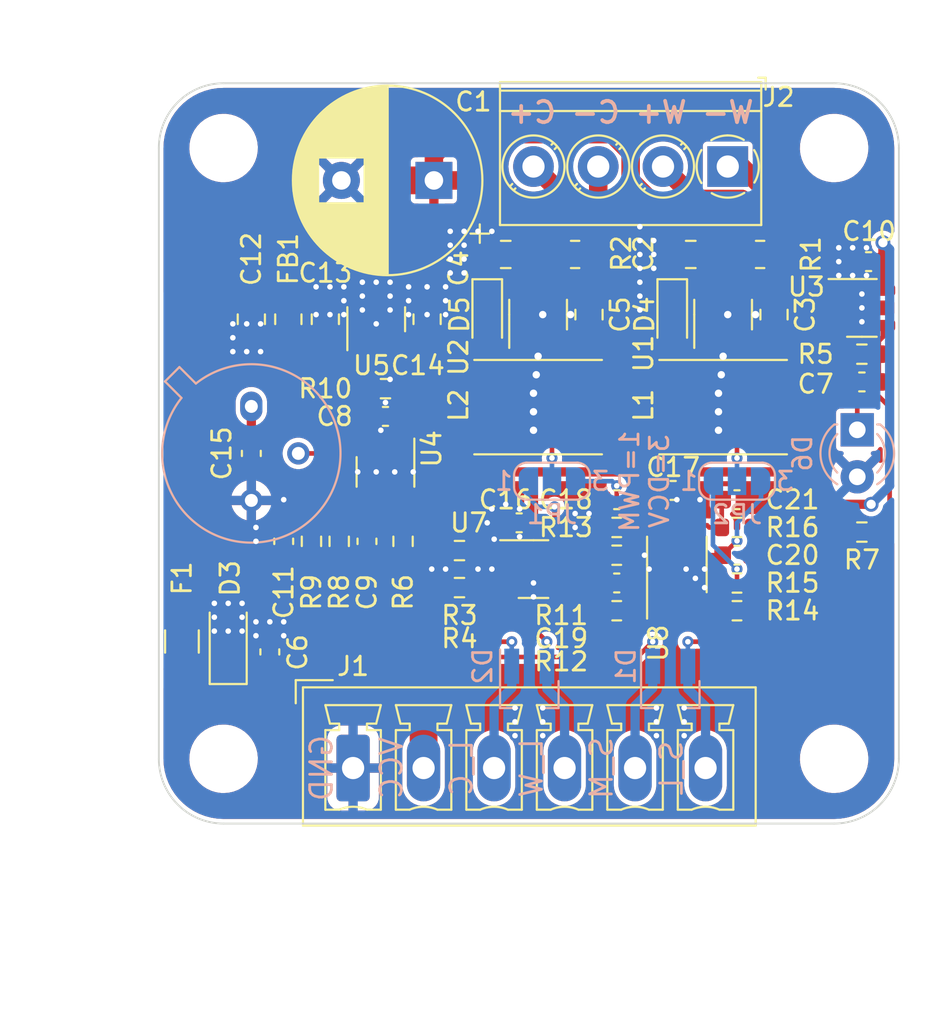
<source format=kicad_pcb>
(kicad_pcb (version 20221018) (generator pcbnew)
  (layers (0 "F.Cu" signal) (31 "B.Cu" signal) (34 "B.Paste" user) (35 "F.Paste" user) (36 "B.SilkS" user "B.Silkscreen") (37 "F.SilkS" user "F.Silkscreen") (38 "B.Mask" user) (39 "F.Mask" user) (44 "Edge.Cuts" user))
  (net 0 "")
  (net 1 "+36V")
  (net 2 "GND")
  (net 3 "/W+")
  (net 4 "/W-")
  (net 5 "/C+")
  (net 6 "/C-")
  (net 7 "VCC")
  (net 8 "/sensors/PT-")
  (net 9 "/sensors/ALS")
  (net 10 "+5V")
  (net 11 "/SEN_M")
  (net 12 "/SEN_L")
  (net 13 "/LED_C")
  (net 14 "/LED_W")
  (net 15 "/driver 1/LX")
  (net 16 "/driver 0/LX")
  (net 17 "/sensors/PIR")
  (net 18 "/sensors/OP_N")
  (net 19 "/sensors/OP_O")
  (net 20 "Net-(C11-Pad2)")
  (net 21 "/sensors/OP_P")
  (net 22 "Net-(U5-VI)")
  (net 23 "/PWM to DC/OUT0")
  (net 24 "/PWM to DC/OUT1")
  (net 25 "/PWM to DC/PWM0")
  (net 26 "/PWM to DC/PWM1")
  (net 27 "/PWM to DC/PWM0B")
  (net 28 "/PWM to DC/PWM0A")
  (net 29 "/PWM to DC/PWM1A")
  (net 30 "/PWM to DC/PWM1B")
  (net 31 "Net-(JP1-B)")
  (net 32 "Net-(JP2-B)")
  (footprint "Resistor_SMD:R_0603_1608Metric_Pad0.98x0.95mm_HandSolder" (layer "F.Cu") (at 134.749999 92.25 -90)
    (fp_text reference "R8")
    (fp_text value "2M")
  )
  (footprint "Capacitor_SMD:C_0603_1608Metric" (layer "F.Cu") (at 152.8 89.5)
    (fp_text reference "C17")
    (fp_text value "100n 50V")
  )
  (footprint "Capacitor_SMD:C_0603_1608Metric" (layer "F.Cu") (at 144.475 91.25 180)
    (fp_text reference "C16")
    (fp_text value "100n 50V")
  )
  (footprint "Capacitor_SMD:C_0603_1608Metric" (layer "F.Cu") (at 156.25 93.000001 180)
    (fp_text reference "C20")
    (fp_text value "100n 50V")
  )
  (footprint "Capacitor_SMD:C_0603_1608Metric" (layer "F.Cu") (at 149.75 90 180)
    (fp_text reference "C18")
    (fp_text value "100n 50V")
  )
  (footprint "Resistor_SMD:R_0603_1608Metric_Pad0.98x0.95mm_HandSolder" (layer "F.Cu") (at 137.25 83.999999 180)
    (fp_text reference "R10")
    (fp_text value "47k")
  )
  (footprint "Resistor_SMD:R_0603_1608Metric_Pad0.98x0.95mm_HandSolder" (layer "F.Cu") (at 162.999999 82.137499)
    (fp_text reference "R5")
    (fp_text value "1M")
  )
  (footprint "Package_TO_SOT_SMD:SOT-23-5" (layer "F.Cu") (at 163 79.6375)
    (fp_text reference "U3")
    (fp_text value "LMV321")
  )
  (footprint "project_lib:TerminalBlock_Phoenix_PT-1,5-4-3.5-H_1x04_P3.50mm_Horizontal" (layer "F.Cu") (at 155.75 72 180)
    (fp_text reference "J2")
    (fp_text value "Screw_Terminal_01x04")
  )
  (footprint "Resistor_SMD:R_0805_2012Metric_Pad1.20x1.40mm_HandSolder" (layer "F.Cu") (at 147.500001 76.75)
    (fp_text reference "R2")
    (fp_text value "0.4")
  )
  (footprint "Capacitor_SMD:C_0805_2012Metric_Pad1.18x1.45mm_HandSolder" (layer "F.Cu") (at 143.75 76.75 180)
    (fp_text reference "C4")
    (fp_text value "10u 50V")
  )
  (footprint "MountingHole:MountingHole_3.2mm_M3" (layer "F.Cu") (at 128.5 71)
    (fp_text reference "H4" hide)
    (fp_text value "MountingHole")
  )
  (footprint "Resistor_SMD:R_0603_1608Metric" (layer "F.Cu") (at 156.25 96)
    (fp_text reference "R14")
    (fp_text value "100k")
  )
  (footprint "Package_SO:MSOP-8_3x3mm_P0.65mm" (layer "F.Cu") (at 153 93.5 90)
    (fp_text reference "U8")
    (fp_text value "LMV358")
  )
  (footprint "Inductor_SMD:L_Taiyo-Yuden_NR-50xx_HandSoldering" (layer "F.Cu") (at 155.5 85)
    (fp_text reference "L1")
    (fp_text value "100uH")
  )
  (footprint "Resistor_SMD:R_0805_2012Metric_Pad1.20x1.40mm_HandSolder" (layer "F.Cu") (at 157.500001 76.75)
    (fp_text reference "R1")
    (fp_text value "0.4")
  )
  (footprint "MountingHole:MountingHole_3.2mm_M3" (layer "F.Cu") (at 128.500001 103.999999)
    (fp_text reference "H1" hide)
    (fp_text value "MountingHole")
  )
  (footprint "Resistor_SMD:R_0603_1608Metric" (layer "F.Cu") (at 149.75 93.000001)
    (fp_text reference "R11")
    (fp_text value "100k")
  )
  (footprint "Fuse:Fuse_1206_3216Metric_Pad1.42x1.75mm_HandSolder" (layer "F.Cu") (at 126.25 97.6625 90)
    (fp_text reference "F1")
    (fp_text value "500mA")
  )
  (footprint "Capacitor_SMD:C_0805_2012Metric" (layer "F.Cu") (at 130 80.25 90)
    (fp_text reference "C12")
    (fp_text value "10u 50V")
  )
  (footprint "Capacitor_SMD:C_0603_1608Metric" (layer "F.Cu") (at 149.75 94.5 180)
    (fp_text reference "C19")
    (fp_text value "100n 50V")
  )
  (footprint "MountingHole:MountingHole_3.2mm_M3" (layer "F.Cu") (at 161.5 104)
    (fp_text reference "H2" hide)
    (fp_text value "MountingHole")
  )
  (footprint "Resistor_SMD:R_0603_1608Metric" (layer "F.Cu") (at 149.75 96 180)
    (fp_text reference "R12")
    (fp_text value "100k")
  )
  (footprint "Resistor_SMD:R_0603_1608Metric" (layer "F.Cu") (at 156.25 94.5 180)
    (fp_text reference "R15")
    (fp_text value "100k")
  )
  (footprint "Capacitor_SMD:C_0603_1608Metric_Pad1.08x0.95mm_HandSolder" (layer "F.Cu") (at 163 83.6375)
    (fp_text reference "C7")
    (fp_text value "100n 50V")
  )
  (footprint "Capacitor_SMD:C_0805_2012Metric" (layer "F.Cu") (at 139.5 80.25 90)
    (fp_text reference "C14")
    (fp_text value "22u 10V")
  )
  (footprint "MountingHole:MountingHole_3.2mm_M3" (layer "F.Cu") (at 161.5 71)
    (fp_text reference "H3" hide)
    (fp_text value "MountingHole")
  )
  (footprint "Package_TO_SOT_SMD:SOT-23-6" (layer "F.Cu") (at 137.25 88.5 -90)
    (fp_text reference "U4")
    (fp_text value "TTY020-CA6")
  )
  (footprint "Inductor_SMD:L_0805_2012Metric_Pad1.15x1.40mm_HandSolder" (layer "F.Cu") (at 132 80.25 -90)
    (fp_text reference "FB1")
    (fp_text value "MMZ2012R102AT000")
  )
  (footprint "Capacitor_SMD:C_0805_2012Metric" (layer "F.Cu") (at 134 80.25 90)
    (fp_text reference "C13")
    (fp_text value "10u 50V")
  )
  (footprint "Capacitor_SMD:C_0603_1608Metric" (layer "F.Cu") (at 163.362499 77.1375 180)
    (fp_text reference "C10")
    (fp_text value "100n 50V")
  )
  (footprint "Capacitor_SMD:C_0603_1608Metric" (layer "F.Cu") (at 131 98.225 90)
    (fp_text reference "C6")
    (fp_text value "1n 1kV")
  )
  (footprint "Inductor_SMD:L_Taiyo-Yuden_NR-50xx_HandSoldering" (layer "F.Cu") (at 145.5 85)
    (fp_text reference "L2")
    (fp_text value "100uH")
  )
  (footprint "Resistor_SMD:R_0603_1608Metric_Pad0.98x0.95mm_HandSolder" (layer "F.Cu") (at 163 91.75)
    (fp_text reference "R7")
    (fp_text value "100")
  )
  (footprint "Capacitor_SMD:C_0603_1608Metric" (layer "F.Cu") (at 156.25 90)
    (fp_text reference "C21")
    (fp_text value "100n 50V")
  )
  (footprint "Resistor_SMD:R_0603_1608Metric_Pad0.98x0.95mm_HandSolder" (layer "F.Cu") (at 141.25 94.75)
    (fp_text reference "R4")
    (fp_text value "1k")
  )
  (footprint "Diode_SMD:D_SOD-123F" (layer "F.Cu") (at 128.75 97.75 90)
    (fp_text reference "D3")
    (fp_text value "SMF36A")
  )
  (footprint "Resistor_SMD:R_0603_1608Metric" (layer "F.Cu") (at 149.75 91.499999)
    (fp_text reference "R13")
    (fp_text value "100k")
  )
  (footprint "Capacitor_SMD:C_0603_1608Metric" (layer "F.Cu") (at 130 87.5 -90)
    (fp_text reference "C15")
    (fp_text value "100n 50V")
  )
  (footprint "Capacitor_SMD:C_0603_1608Metric_Pad1.08x0.95mm_HandSolder" (layer "F.Cu") (at 131.749999 92.25 -90)
    (fp_text reference "C11")
    (fp_text value "10u 16V")
  )
  (footprint "Capacitor_SMD:C_0603_1608Metric_Pad1.08x0.95mm_HandSolder" (layer "F.Cu") (at 136.25 92.25 -90)
    (fp_text reference "C9")
    (fp_text value "100n 50V")
  )
  (footprint "Capacitor_SMD:C_0805_2012Metric_Pad1.18x1.45mm_HandSolder" (layer "F.Cu") (at 148.25 80 -90)
    (fp_text reference "C5")
    (fp_text value "10u 50V")
  )
  (footprint "Diode_SMD:D_TUMD2" (layer "F.Cu") (at 142.75 80 -90)
    (fp_text reference "D5")
    (fp_text value "RB160VA-40TR")
  )
  (footprint "Resistor_SMD:R_0603_1608Metric_Pad0.98x0.95mm_HandSolder" (layer "F.Cu") (at 133.25 92.25 -90)
    (fp_text reference "R9")
    (fp_text value "10k")
  )
  (footprint "Package_TO_SOT_SMD:SOT-23" (layer "F.Cu") (at 136.75 80.25 90)
    (fp_text reference "U5")
    (fp_text value "AP7384-50SA")
  )
  (footprint "Package_TO_SOT_SMD:SOT-23-6" (layer "F.Cu") (at 145.25 93.75)
    (fp_text reference "U7")
    (fp_text value "74LVC2G17")
  )
  (footprint "Capacitor_SMD:C_0805_2012Metric_Pad1.18x1.45mm_HandSolder" (layer "F.Cu") (at 153.75 76.75 180)
    (fp_text reference "C2")
    (fp_text value "10u 50V")
  )
  (footprint "Connector_Phoenix_MC:PhoenixContact_MCV_1,5_6-G-3.81_1x06_P3.81mm_Vertical" (layer "F.Cu") (at 135.5 104.5)
    (fp_text reference "J1")
    (fp_text value "Screw_Terminal_01x06")
  )
  (footprint "Capacitor_THT:CP_Radial_D10.0mm_P5.00mm" (layer "F.Cu") (at 139.867676 72.749999 180)
    (fp_text reference "C1")
    (fp_text value "470uF 50V")
  )
  (footprint "Resistor_SMD:R_0603_1608Metric" (layer "F.Cu") (at 156.25 91.499999 180)
    (fp_text reference "R16")
    (fp_text value "100k")
  )
  (footprint "Capacitor_SMD:C_0603_1608Metric" (layer "F.Cu") (at 137.25 85.5 180)
    (fp_text reference "C8")
    (fp_text value "100n 50V")
  )
  (footprint "Package_TO_SOT_SMD:SOT-23-5" (layer "F.Cu") (at 155.5 80 90)
    (fp_text reference "U1")
    (fp_text value "SD3361")
  )
  (footprint "Resistor_SMD:R_0603_1608Metric_Pad0.98x0.95mm_HandSolder" (layer "F.Cu") (at 138.2 92.25 90)
    (fp_text reference "R6")
    (fp_text value "100")
  )
  (footprint "Diode_SMD:D_TUMD2" (layer "F.Cu") (at 152.75 80 -90)
    (fp_text reference "D4")
    (fp_text value "RB160VA-40TR")
  )
  (footprint "Resistor_SMD:R_0603_1608Metric_Pad0.98x0.95mm_HandSolder" (layer "F.Cu") (at 141.25 92.75)
    (fp_text reference "R3")
    (fp_text value "1k")
  )
  (footprint "Capacitor_SMD:C_0805_2012Metric_Pad1.18x1.45mm_HandSolder" (layer "F.Cu") (at 158.25 80 -90)
    (fp_text reference "C3")
    (fp_text value "10u 50V")
  )
  (footprint "Package_TO_SOT_SMD:SOT-23-5" (layer "F.Cu") (at 145.5 80 90)
    (fp_text reference "U2")
    (fp_text value "SD3361")
  )
  (footprint "Package_TO_SOT_SMD:SOT-23_Handsoldering" (layer "B.Cu") (at 145.025 100.5 -90)
    (fp_text reference "D2")
    (fp_text value "SM05")
  )
  (footprint "Package_TO_SOT_SMD:SOT-23_Handsoldering" (layer "B.Cu") (at 152.645 100.5 -90)
    (fp_text reference "D1")
    (fp_text value "SM05")
  )
  (footprint "Jumper:SolderJumper-3_P1.3mm_Open_RoundedPad1.0x1.5mm_NumberLabels" (layer "B.Cu") (at 146.25 89)
    (fp_text reference "JP1")
    (fp_text value "SolderJumper_3_Open")
  )
  (footprint "Package_TO_SOT_THT:TO-5-3_Window" (layer "B.Cu") (at 130 84.96 -90)
    (fp_text reference "U6" hide)
    (fp_text value "PIR")
  )
  (footprint "Jumper:SolderJumper-3_P1.3mm_Open_RoundedPad1.0x1.5mm_NumberLabels" (layer "B.Cu") (at 156.25 89)
    (fp_text reference "JP2")
    (fp_text value "SolderJumper_3_Open")
  )
  (footprint "LED_THT:LED_D3.0mm_Clear" (layer "B.Cu") (at 162.75 86.225 -90)
    (fp_text reference "D6")
    (fp_text value "TEPT5700")
  )
  (gr_arc (start 128.500001 107.499999) (mid 126.025127 106.474873) (end 125.000001 103.999999) (stroke (width 0.1)) (layer "Edge.Cuts"))
  (gr_arc (start 161.5 67.5) (mid 163.974874 68.525126) (end 165 71) (stroke (width 0.1)) (layer "Edge.Cuts"))
  (gr_line (start 125.000001 103.999999) (end 125.000001 70.999999) (stroke (width 0.1)) (layer "Edge.Cuts"))
  (gr_line (start 161.5 107.5) (end 128.500001 107.499999) (stroke (width 0.1)) (layer "Edge.Cuts"))
  (gr_arc (start 165 104) (mid 163.974874 106.474874) (end 161.5 107.5) (stroke (width 0.1)) (layer "Edge.Cuts"))
  (gr_arc (start 125 71) (mid 126.025126 68.525126) (end 128.5 67.5) (stroke (width 0.1)) (layer "Edge.Cuts"))
  (gr_line (start 128.5 67.5) (end 161.5 67.5) (stroke (width 0.1)) (layer "Edge.Cuts"))
  (gr_line (start 165 104) (end 165 71) (stroke (width 0.1)) (layer "Edge.Cuts"))
  (gr_text "1=PWM\n3=DCV" (at 151.25 89 90) (layer "B.SilkS") (effects (font (size 1 1)) (justify mirror)))
  (gr_text "W- W+ C- C+" (at 150.5 69.75) (layer "B.SilkS") (effects (font (size 1.15 1.15) (thickness 0.2) bold) (justify bottom mirror)))
  (gr_text "GND\n\nVCC\n\nL_C\n\nL_W\n\nS_M\n\nS_L" (at 143.25 104.5 90) (layer "B.SilkS") (effects (font (size 1.175 1.175)) (justify mirror)))
  (segment (start 141 70.25) (end 149.5 70.25) (width 1) (layer "F.Cu") (net 1))
  (segment (start 149.5 70.25) (end 150.5 71.25) (width 1) (layer "F.Cu") (net 1))
  (segment (start 130 79.3) (end 131.925 79.3) (width 0.5) (layer "F.Cu") (net 1))
  (segment (start 152.75 75) (end 154.018306 75) (width 1) (layer "F.Cu") (net 1))
  (segment (start 139.867676 72.749999) (end 138.250001 72.749999) (width 1.5) (layer "F.Cu") (net 1))
  (segment (start 150.5 71.25) (end 150.5 72.75) (width 1) (layer "F.Cu") (net 1))
  (segment (start 154.787499 76.75) (end 156.5 76.75) (width 1) (layer "F.Cu") (net 1))
  (segment (start 150.5 72.75) (end 152.75 75) (width 1) (layer "F.Cu") (net 1))
  (segment (start 139.867676 71.382324) (end 141 70.25) (width 1) (layer "F.Cu") (net 1))
  (segment (start 130.632324 75.117676) (end 126.25 79.5) (width 1.5) (layer "F.Cu") (net 1))
  (segment (start 138.250001 72.749999) (end 135.882324 75.117676) (width 1.5) (layer "F.Cu") (net 1))
  (segment (start 131.5 77) (end 130 78.5) (width 0.5) (layer "F.Cu") (net 1))
  (segment (start 135.882324 75.117676) (end 130.632324 75.117676) (width 1.5) (layer "F.Cu") (net 1))
  (segment (start 137 77) (end 131.5 77) (width 0.5) (layer "F.Cu") (net 1))
  (segment (start 126.25 79.5) (end 126.25 96.175) (width 1.5) (layer "F.Cu") (net 1))
  (segment (start 139.867676 72.749999) (end 139.867676 71.382324) (width 1) (layer "F.Cu") (net 1))
  (segment (start 139.867676 72.749999) (end 139.867676 74.132324) (width 0.5) (layer "F.Cu") (net 1))
  (segment (start 139.867676 74.132324) (end 137 77) (width 0.5) (layer "F.Cu") (net 1))
  (segment (start 154.7875 75.769194) (end 154.7875 76.75) (width 1) (layer "F.Cu") (net 1))
  (segment (start 144.7875 78.5) (end 144.7875 75.2875) (width 1) (layer "F.Cu") (net 1))
  (segment (start 144.7875 75.5375) (end 144.7875 75.2875) (width 1) (layer "F.Cu") (net 1))
  (segment (start 131.925 79.3) (end 132 79.225) (width 0.5) (layer "F.Cu") (net 1))
  (segment (start 139.867676 72.749999) (end 142.249999 72.749999) (width 1) (layer "F.Cu") (net 1))
  (segment (start 154.018306 75) (end 154.7875 75.769194) (width 1) (layer "F.Cu") (net 1))
  (segment (start 142.249999 72.749999) (end 144.7875 75.2875) (width 1) (layer "F.Cu") (net 1))
  (segment (start 130 78.5) (end 130 79.3) (width 0.5) (layer "F.Cu") (net 1))
  (segment (start 144.787499 76.75) (end 146.5 76.75) (width 1) (layer "F.Cu") (net 1))
  (via (at 151 77.5) (size 0.6) (drill 0.3) (layers "F.Cu" "B.Cu") (net 2))
  (via (at 129 80.5) (size 0.6) (drill 0.3) (layers "F.Cu" "B.Cu") (net 2))
  (via (at 140.5 80) (size 0.6) (drill 0.3) (layers "F.Cu" "B.Cu") (net 2))
  (via (at 128.75 95.6) (size 0.6) (drill 0.3) (layers "F.Cu" "B.Cu") (net 2))
  (via (at 140.5 78.5) (size 0.6) (drill 0.3) (layers "F.Cu" "B.Cu") (net 2))
  (via (at 136 79) (size 0.6) (drill 0.3) (layers "F.Cu" "B.Cu") (net 2))
  (via (at 143 90.5) (size 0.6) (drill 0.3) (layers "F.Cu" "B.Cu") (net 2))
  (via (at 131.75 90) (size 0.6) (drill 0.3) (layers "F.Cu" "B.Cu") (net 2))
  (via (at 140.75 77.75) (size 0.6) (drill 0.3) (layers "F.Cu" "B.Cu") (net 2))
  (via (at 155.25 84.25) (size 0.7) (drill 0.4) (layers "F.Cu" "B.Cu") (net 2))
  (via (at 130.25 96.6) (size 0.6) (drill 0.3) (layers "F.Cu" "B.Cu") (net 2))
  (via (at 137.75 88.5) (size 0.6) (drill 0.3) (layers "F.Cu" "B.Cu") (net 2))
  (via (at 153.5 93.75) (size 0.6) (drill 0.3) (layers "F.Cu" "B.Cu") (net 2))
  (via (at 151 76) (size 0.6) (drill 0.3) (layers "F.Cu" "B.Cu") (net 2))
  (via (at 144.5 92) (size 0.6) (drill 0.3) (layers "F.Cu" "B.Cu") (net 2))
  (via (at 151.75 77.5) (size 0.6) (drill 0.3) (layers "F.Cu" "B.Cu") (net 2))
  (via (at 151.895 102) (size 0.6) (drill 0.3) (layers "F.Cu" "B.Cu") (net 2))
  (via (at 151 78.25) (size 0.6) (drill 0.3) (layers "F.Cu" "B.Cu") (net 2))
  (via (at 145.75 80) (size 0.7) (drill 0.4) (layers "F.Cu" "B.Cu") (net 2))
  (via (at 136 78.25) (size 0.6) (drill 0.3) (layers "F.Cu" "B.Cu") (net 2))
  (via (at 135 80) (size 0.6) (drill 0.3) (layers "F.Cu" "B.Cu") (net 2))
  (via (at 136.75 80.5) (size 0.6) (drill 0.3) (layers "F.Cu" "B.Cu") (net 2))
  (via (at 157.25 80) (size 0.7) (drill 0.4) (layers "F.Cu" "B.Cu") (net 2))
  (via (at 137 86.25) (size 0.6) (drill 0.3) (layers "F.Cu" "B.Cu") (net 2))
  (via (at 154.5 93.75) (size 0.6) (drill 0.3) (layers "F.Cu" "B.Cu") (net 2))
  (via (at 140.5 79.25) (size 0.6) (drill 0.3) (layers "F.Cu" "B.Cu") (net 2))
  (via (at 129.5 96.35) (size 0.6) (drill 0.3) (layers "F.Cu" "B.Cu") (net 2))
  (via (at 137.5 78.25) (size 0.6) (drill 0.3) (layers "F.Cu" "B.Cu") (net 2))
  (via (at 135 78.5) (size 0.6) (drill 0.3) (layers "F.Cu" "B.Cu") (net 2))
  (via (at 130.25 91.5) (size 0.6) (drill 0.3) (layers "F.Cu" "B.Cu") (net 2))
  (via (at 128 96.35) (size 0.6) (drill 0.3) (layers "F.Cu" "B.Cu") (net 2))
  (via (at 131.75 97.35) (size 0.6) (drill 0.3) (layers "F.Cu" "B.Cu") (net 2))
  (via (at 138.75 88.5) (size 0.6) (drill 0.3) (layers "F.Cu" "B.Cu") (net 2))
  (via (at 139.75 93.75) (size 0.6) (drill 0.3) (layers "F.Cu" "B.Cu") (net 2))
  (via (at 153.395 102.75) (size 0.6) (drill 0.3) (layers "F.Cu" "B.Cu") (net 2))
  (via (at 137.25 84.75) (size 0.6) (drill 0.3) (layers "F.Cu" "B.Cu") (net 2))
  (via (at 148.25 90.75) (size 0.6) (drill 0.3) (layers "F.Cu" "B.Cu") (net 2))
  (via (at 128 97.1) (size 0.6) (drill 0.3) (layers "F.Cu" "B.Cu") (net 2))
  (via (at 151.895 101.25) (size 0.6) (drill 0.3) (layers "F.Cu" "B.Cu") (net 2))
  (via (at 141.5 77) (size 0.6) (drill 0.3) (layers "F.Cu" "B.Cu") (net 2))
  (via (at 162.999999 78.8875) (size 0.6) (drill 0.3) (layers "F.Cu" "B.Cu") (net 2))
  (via (at 151.75 76) (size 0.6) (drill 0.3) (layers "F.Cu" "B.Cu") (net 2))
  (via (at 142.25 75.5) (size 0.6) (drill 0.3) (layers "F.Cu" "B.Cu") (net 2))
  (via (at 161.749999 77.1375) (size 0.6) (drill 0.3) (layers "F.Cu" "B.Cu") (net 2))
  (via (at 130.25 97.35) (size 0.6) (drill 0.3) (layers "F.Cu" "B.Cu") (net 2))
  (via (at 151 76.75) (size 0.6) (drill 0.3) (layers "F.Cu" "B.Cu") (net 2))
  (via (at 154.5 94.75) (size 0.6) (drill 0.3) (layers "F.Cu" "B.Cu") (net 2))
  (via (at 141.5 76.25) (size 0.6) (drill 0.3) (layers "F.Cu" "B.Cu") (net 2))
  (via (at 147.5 91.5) (size 0.6) (drill 0.3) (layers "F.Cu" "B.Cu") (net 2))
  (via (at 145.25 86.25) (size 0.7) (drill 0.4) (layers "F.Cu" "B.Cu") (net 2))
  (via (at 133.5 80) (size 0.6) (drill 0.3) (layers "F.Cu" "B.Cu") (net 2))
  (via (at 151 75.25) (size 0.6) (drill 0.3) (layers "F.Cu" "B.Cu") (net 2))
  (via (at 143.125219 92.134005) (size 0.6) (drill 0.3) (layers "F.Cu" "B.Cu") (net 2))
  (via (at 145.25 95.25) (size 0.6) (drill 0.3) (layers "F.Cu" "B.Cu") (net 2))
  (via (at 141.5 77.75) (size 0.6) (drill 0.3) (layers "F.Cu" "B.Cu") (net 2))
  (via (at 131 96.6) (size 0.6) (drill 0.3) (layers "F.Cu" "B.Cu") (net 2))
  (via (at 155.75 80) (size 0.7) (drill 0.4) (layers "F.Cu" "B.Cu") (net 2))
  (via (at 135.75 88.5) (size 0.6) (drill 0.3) (layers "F.Cu" "B.Cu") (net 2))
  (via (at 129.5 97.1) (size 0.6) (drill 0.3) (layers "F.Cu" "B.Cu") (net 2))
  (via (at 138.5 78.5) (size 0.6) (drill 0.3) (layers "F.Cu" "B.Cu") (net 2))
  (via (at 151.5 93.75) (size 0.6) (drill 0.3) (layers "F.Cu" "B.Cu") (net 2))
  (via (at 130.5 80.5) (size 0.6) (drill 0.3) (layers "F.Cu" "B.Cu") (net 2))
  (via (at 163 79.6375) (size 0.6) (drill 0.3) (layers "F.Cu" "B.Cu") (net 2))
  (via (at 144.5 90.5) (size 0.6) (drill 0.3) (layers "F.Cu" "B.Cu") (net 2))
  (via (at 135 79.25) (size 0.6) (drill 0.3) (layers "F.Cu" "B.Cu") (net 2))
  (via (at 145.75 101.25) (size 0.6) (drill 0.3) (layers "F.Cu" "B.Cu") (net 2))
  (via (at 134.25 80) (size 0.6) (drill 0.3) (layers "F.Cu" "B.Cu") (net 2))
  (via (at 161.749999 76.3875) (size 0.6) (drill 0.3) (layers "F.Cu" "B.Cu") (net 2))
  (via (at 143 93.75) (size 0.6) (drill 0.3) (layers "F.Cu" "B.Cu") (net 2))
  (via (at 136 79.75) (size 0.6) (drill 0.3) (layers "F.Cu" "B.Cu") (net 2))
  (via (at 136.75 88.5) (size 0.6) (drill 0.3) (layers "F.Cu" "B.Cu") (net 2))
  (via (at 145.25 94.5) (size 0.6) (drill 0.3) (layers "F.Cu" "B.Cu") (net 2))
  (via (at 145.5 82.25) (size 0.7) (drill 0.4) (layers "F.Cu" "B.Cu") (net 2))
  (via (at 138.5 80) (size 0.6) (drill 0.3) (layers "F.Cu" "B.Cu") (net 2))
  (via (at 155.25 85.25) (size 0.7) (drill 0.4) (layers "F.Cu" "B.Cu") (net 2))
  (via (at 153.395 101.25) (size 0.6) (drill 0.3) (layers "F.Cu" "B.Cu") (net 2))
  (via (at 137.5 83.5) (size 0.6) (drill 0.3) (layers "F.Cu" "B.Cu") (net 2))
  (via (at 163 80.3875) (size 0.6) (drill 0.3) (layers "F.Cu" "B.Cu") (net 2))
  (via (at 131.75 96.6) (size 0.6) (drill 0.3) (layers "F.Cu" "B.Cu") (net 2))
  (via (at 137.5 79.75) (size 0.6) (drill 0.3) (layers "F.Cu" "B.Cu") (net 2))
  (via (at 144.25 101.25) (size 0.6) (drill 0.3) (layers "F.Cu" "B.Cu") (net 2))
  (via (at 151.895 102.75) (size 0.6) (drill 0.3) (layers "F.Cu" "B.Cu") (net 2))
  (via (at 155.25 86.25) (size 0.7) (drill 0.4) (layers "F.Cu" "B.Cu") (net 2))
  (via (at 147.25 80) (size 0.7) (drill 0.4) (layers "F.Cu" "B.Cu") (net 2))
  (via (at 153 90) (size 0.6) (drill 0.3) (layers "F.Cu" "B.Cu") (net 2))
  (via (at 141.5 75.5) (size 0.6) (drill 0.3) (layers "F.Cu" "B.Cu") (net 2))
  (via (at 140.75 75.5) (size 0.6) (drill 0.3) (layers "F.Cu" "B.Cu") (net 2))
  (via (at 144.25 102.75) (size 0.6) (drill 0.3) (layers "F.Cu" "B.Cu") (net 2))
  (via (at 130.25 92.25) (size 0.6) (drill 0.3) (layers "F.Cu" "B.Cu") (net 2))
  (via (at 163.249999 76.3875) (size 0.6) (drill 0.3) (layers "F.Cu" "B.Cu") (net 2))
  (via (at 130.5 82) (size 0.6) (drill 0.3) (layers "F.Cu" "B.Cu") (net 2))
  (via (at 129 82) (size 0.6) (drill 0.3) (layers "F.Cu" "B.Cu") (net 2))
  (via (at 151.75 76.75) (size 0.6) (drill 0.3) (layers "F.Cu" "B.Cu") (net 2))
  (via (at 128 95.6) (size 0.6) (drill 0.3) (layers "F.Cu" "B.Cu") (net 2))
  (via (at 139.5 80) (size 0.6) (drill 0.3) (layers "F.Cu" "B.Cu") (net 2))
  (via (at 154.25 90) (size 0.6) (drill 0.3) (layers "F.Cu" "B.Cu") (net 2))
  (via (at 140.75 77) (size 0.6) (drill 0.3) (layers "F.Cu" "B.Cu") (net 2))
  (via (at 161.749999 77.8875) (size 0.6) (drill 0.3) (layers "F.Cu" "B.Cu") (net 2))
  (via (at 145.75 102.75) (size 0.6) (drill 0.3) (layers "F.Cu" "B.Cu") (net 2))
  (via (at 151 79) (size 0.6) (drill 0.3) (layers "F.Cu" "B.Cu") (net 2))
  (via (at 128.75 97.1) (size 0.6) (drill 0.3) (layers "F.Cu" "B.Cu") (net 2))
  (via (at 162.499999 77.8875) (size 0.6) (drill 0.3) (layers "F.Cu" "B.Cu") (net 2))
  (via (at 143.75 90.25) (size 0.6) (drill 0.3) (layers "F.Cu" "B.Cu") (net 2))
  (via (at 139.5 78.5) (size 0.6) (drill 0.3) (layers "F.Cu" "B.Cu") (net 2))
  (via (at 153.395 102) (size 0.6) (drill 0.3) (layers "F.Cu" "B.Cu") (net 2))
  (via (at 137.5 79) (size 0.6) (drill 0.3) (layers "F.Cu" "B.Cu") (net 2))
  (via (at 138.5 79.25) (size 0.6) (drill 0.3) (layers "F.Cu" "B.Cu") (net 2))
  (via (at 155.4 83.25) (size 0.7) (drill 0.4) (layers "F.Cu" "B.Cu") (net 2))
  (via (at 133.5 78.5) (size 0.6) (drill 0.3) (layers "F.Cu" "B.Cu") (net 2))
  (via (at 145.25 84.25) (size 0.7) (drill 0.4) (layers "F.Cu" "B.Cu") (net 2))
  (via (at 134.25 78.5) (size 0.6) (drill 0.3) (layers "F.Cu" "B.Cu") (net 2))
  (via (at 162.499999 76.3875) (size 0.6) (drill 0.3) (layers "F.Cu" "B.Cu") (net 2))
  (via (at 129.75 82) (size 0.6) (drill 0.3) (layers "F.Cu" "B.Cu") (net 2))
  (via (at 151.25 93) (size 0.6) (drill 0.3) (layers "F.Cu" "B.Cu") (net 2))
  (via (at 129 81.25) (size 0.6) (drill 0.3) (layers "F.Cu" "B.Cu") (net 2))
  (via (at 151 79.75) (size 0.6) (drill 0.3) (layers "F.Cu" "B.Cu") (net 2))
  (via (at 129.5 95.6) (size 0.6) (drill 0.3) (layers "F.Cu" "B.Cu") (net 2))
  (via (at 154 94.25) (size 0.6) (drill 0.3) (layers "F.Cu" "B.Cu") (net 2))
  (via (at 145.25 85.25) (size 0.7) (drill 0.4) (layers "F.Cu" "B.Cu") (net 2))
  (via (at 147.5 90.75) (size 0.6) (drill 0.3) (layers "F.Cu" "B.Cu") (net 2))
  (via (at 145.4 83.25) (size 0.7) (drill 0.4) (layers "F.Cu" "B.Cu") (net 2))
  (via (at 143 75.5) (size 0.6) (drill 0.3) (layers "F.Cu" "B.Cu") (net 2))
  (via (at 142.75 91.25) (size 0.6) (drill 0.3) (layers "F.Cu" "B.Cu") (net 2))
  (via (at 163.249999 77.8875) (size 0.6) (drill 0.3) (layers "F.Cu" "B.Cu") (net 2))
  (via (at 129.75 80.5) (size 0.6) (drill 0.3) (layers "F.Cu" "B.Cu") (net 2))
  (via (at 136.75 78.25) (size 0.6) (drill 0.3) (layers "F.Cu" "B.Cu") (net 2))
  (via (at 155.5 82.25) (size 0.7) (drill 0.4) (layers "F.Cu" "B.Cu") (net 2))
  (via (at 140.5 93.75) (size 0.6) (drill 0.3) (layers "F.Cu" "B.Cu") (net 2))
  (via (at 144.25 102) (size 0.6) (drill 0.3) (layers "F.Cu" "B.Cu") (net 2))
  (via (at 140.75 76.25) (size 0.6) (drill 0.3) (layers "F.Cu" "B.Cu") (net 2))
  (via (at 145.75 102) (size 0.6) (drill 0.3) (layers "F.Cu" "B.Cu") (net 2))
  (via (at 142.25 93.75) (size 0.6) (drill 0.3) (layers "F.Cu" "B.Cu") (net 2))
  (segment (start 158.500001 75.750001) (end 156.5 73.75) (width 1) (layer "F.Cu") (net 3))
  (segment (start 158.5 77.75) (end 158.25 78) (width 1) (layer "F.Cu") (net 3))
  (segment (start 158.25 78) (end 158.5 77.75) (width 1) (layer "F.Cu") (net 3))
  (segment (start 156.55 78.9625) (end 156.45 78.862501) (width 0.25) (layer "F.Cu") (net 3))
  (segment (start 154 73.75) (end 152.25 72) (width 1) (layer "F.Cu") (net 3))
  (segment (start 158.25 78) (end 158.25 78.9625) (width 1) (layer "F.Cu") (net 3))
  (segment (start 158.500001 76.75) (end 158.500001 75.750001) (width 1) (layer "F.Cu") (net 3))
  (segment (start 158.25 78.9625) (end 156.55 78.9625) (width 0.25) (layer "F.Cu") (net 3))
  (segment (start 158.5 76.75) (end 158.5 77.75) (width 1) (layer "F.Cu") (net 3))
  (segment (start 156.5 73.75) (end 154 73.75) (width 1) (layer "F.Cu") (net 3))
  (segment (start 158.25 78.9625) (end 158.25 78) (width 1) (layer "F.Cu") (net 3))
  (segment (start 156.5 72) (end 155.75 72) (width 1) (layer "F.Cu") (net 4))
  (segment (start 158.25 81.0375) (end 158.25 82) (width 1) (layer "F.Cu") (net 4))
  (segment (start 158.25 81.0375) (end 159.2125 81.0375) (width 1) (layer "F.Cu") (net 4))
  (segment (start 158.25 82) (end 157.75 82.5) (width 1) (layer "F.Cu") (net 4))
  (segment (start 157.75 82.5) (end 157.75 85) (width 1) (layer "F.Cu") (net 4))
  (segment (start 159.2125 81.0375) (end 159.75 80.5) (width 1) (layer "F.Cu") (net 4))
  (segment (start 159.75 75.25) (end 156.5 72) (width 1) (layer "F.Cu") (net 4))
  (segment (start 159.75 80.5) (end 159.75 75.25) (width 1) (layer "F.Cu") (net 4))
  (segment (start 148.500001 75.200001) (end 148.500001 76.75) (width 1) (layer "F.Cu") (net 5))
  (segment (start 148.5 77.75) (end 148.25 78) (width 1) (layer "F.Cu") (net 5))
  (segment (start 148.5 76.75) (end 148.5 77.75) (width 1) (layer "F.Cu") (net 5))
  (segment (start 145.3 72) (end 148.500001 75.200001) (width 1) (layer "F.Cu") (net 5))
  (segment (start 148.25 78.9625) (end 146.55 78.9625) (width 0.25) (layer "F.Cu") (net 5))
  (segment (start 145.25 72) (end 145.3 72) (width 1) (layer "F.Cu") (net 5))
  (segment (start 148.25 78) (end 148.25 78.9625) (width 1) (layer "F.Cu") (net 5))
  (segment (start 146.55 78.9625) (end 146.45 78.862501) (width 0.25) (layer "F.Cu") (net 5))
  (segment (start 149.2125 81.0375) (end 149.75 80.5) (width 1) (layer "F.Cu") (net 6))
  (segment (start 148.25 81.0375) (end 148.25 82) (width 1) (layer "F.Cu") (net 6))
  (segment (start 148.75 73.5625) (end 148.75 72) (width 1) (layer "F.Cu") (net 6))
  (segment (start 148.25 81.0375) (end 149.2125 81.0375) (width 1) (layer "F.Cu") (net 6))
  (segment (start 147.75 82.5) (end 147.75 85) (width 1) (layer "F.Cu") (net 6))
  (segment (start 149.75 80.5) (end 149.75 74.5625) (width 1) (layer "F.Cu") (net 6))
  (segment (start 148.25 82) (end 147.75 82.5) (width 1) (layer "F.Cu") (net 6))
  (segment (start 149.75 74.5625) (end 148.75 73.5625) (width 1) (layer "F.Cu") (net 6))
  (segment (start 136.15 99.15) (end 139.31 102.31) (width 1.5) (layer "F.Cu") (net 7))
  (segment (start 139.31 102.31) (end 139.31 104.5) (width 1.5) (layer "F.Cu") (net 7))
  (segment (start 126 99.15) (end 136.15 99.15) (width 1.5) (layer "F.Cu") (net 7))
  (segment (start 162.087499 81.3625) (end 162.087499 83.5875) (width 0.25) (layer "F.Cu") (net 8))
  (segment (start 162.75 86.225) (end 162.75 85) (width 0.25) (layer "F.Cu") (net 8))
  (segment (start 161.8625 81.1375) (end 162.087499 81.3625) (width 0.25) (layer "F.Cu") (net 8))
  (segment (start 162.75 85) (end 162.1375 84.3875) (width 0.25) (layer "F.Cu") (net 8))
  (segment (start 161.862499 80.5875) (end 161.8625 81.1375) (width 0.25) (layer "F.Cu") (net 8))
  (segment (start 162.087499 83.5875) (end 162.137499 83.6375) (width 0.25) (layer "F.Cu") (net 8))
  (segment (start 162.1375 84.3875) (end 162.1375 83.6375) (width 0.25) (layer "F.Cu") (net 8))
  (segment (start 163.8625 84.3625) (end 164.5 85) (width 0.25) (layer "F.Cu") (net 9))
  (segment (start 163.912499 82.137499) (end 163.912499 83.5875) (width 0.25) (layer "F.Cu") (net 9))
  (segment (start 163.912499 81.43125) (end 163.912499 82.137499) (width 0.25) (layer "F.Cu") (net 9))
  (segment (start 164.137499 81.20625) (end 163.912499 81.43125) (width 0.25) (layer "F.Cu") (net 9))
  (segment (start 164.5 90.4125) (end 163.9125 91) (width 0.25) (layer "F.Cu") (net 9))
  (segment (start 163.9125 91) (end 163.9125 91.75) (width 0.25) (layer "F.Cu") (net 9))
  (segment (start 163.8625 83.6375) (end 163.8625 84.3625) (width 0.25) (layer "F.Cu") (net 9))
  (segment (start 164.137499 80.5875) (end 164.137499 81.20625) (width 0.25) (layer "F.Cu") (net 9))
  (segment (start 163.912499 83.5875) (end 163.862499 83.6375) (width 0.25) (layer "F.Cu") (net 9))
  (segment (start 164.5 85) (end 164.5 90.4125) (width 0.25) (layer "F.Cu") (net 9))
  (segment (start 135 82.5) (end 130.775 86.725) (width 0.5) (layer "F.Cu") (net 10))
  (segment (start 158.5 88.5) (end 152.25 88.5) (width 0.5) (layer "F.Cu") (net 10))
  (segment (start 164.137499 76.112501) (end 164.137499 77.1375) (width 0.5) (layer "F.Cu") (net 10))
  (segment (start 164.137499 78.6875) (end 164.1375 77.1375) (width 0.5) (layer "F.Cu") (net 10))
  (segment (start 139.5 81.2) (end 137.7125 81.2) (width 0.5) (layer "F.Cu") (net 10))
  (segment (start 152.025 91.3875) (end 152.025 89.5) (width 0.4) (layer "F.Cu") (net 10))
  (segment (start 160.25 90.25) (end 158.5 88.5) (width 0.5) (layer "F.Cu") (net 10))
  (segment (start 145.25 88.5) (end 152.25 88.5) (width 0.5) (layer "F.Cu") (net 10))
  (segment (start 152 88.5) (end 152.025 88.525) (width 0.5) (layer "F.Cu") (net 10))
  (segment (start 139.5 85.5) (end 139.5 86.25) (width 0.5) (layer "F.Cu") (net 10))
  (segment (start 152.025 88.525) (end 152.025 89.5) (width 0.5) (layer "F.Cu") (net 10))
  (segment (start 152.25 88.5) (end 152 88.5) (width 0.5) (layer "F.Cu") (net 10))
  (segment (start 137.7125 81.2) (end 137.7 81.1875) (width 0.5) (layer "F.Cu") (net 10))
  (segment (start 139.5 87.5) (end 140.5 88.5) (width 0.5) (layer "F.Cu") (net 10))
  (segment (start 145.573576 93.75) (end 145.25 93.426424) (width 0.5) (layer "F.Cu") (net 10))
  (segment (start 130.775 86.725) (end 130 86.725) (width 0.5) (layer "F.Cu") (net 10))
  (segment (start 138.2 86.425) (end 138.025 86.25) (width 0.5) (layer "F.Cu") (net 10))
  (segment (start 138.199999 87.3625) (end 138.2 86.425) (width 0.5) (layer "F.Cu") (net 10))
  (segment (start 145.25 93.426424) (end 145.25 91.25) (width 0.5) (layer "F.Cu") (net 10))
  (segment (start 139.5 81.2) (end 139.5 87.5) (width 0.5) (layer "F.Cu") (net 10))
  (segment (start 146.3875 93.75) (end 145.573576 93.75) (width 0.5) (layer "F.Cu") (net 10))
  (segment (start 138.025 86.25) (end 138.025 85.5) (width 0.5) (layer "F.Cu") (net 10))
  (segment (start 138.025 85.5) (end 139.5 85.5) (width 0.5) (layer "F.Cu") (net 10))
  (segment (start 145.25 91.25) (end 145.25 88.5) (width 0.5) (layer "F.Cu") (net 10))
  (segment (start 139.5 82.5) (end 135 82.5) (width 0.5) (layer "F.Cu") (net 10))
  (segment (start 139.5 83) (end 139.5 82.5) (width 0.5) (layer "F.Cu") (net 10))
  (segment (start 140.5 88.5) (end 145.25 88.5) (width 0.5) (layer "F.Cu") (net 10))
  (segment (start 163.5 90.25) (end 160.25 90.25) (width 0.5) (layer "F.Cu") (net 10))
  (segment (start 130 86.725) (end 130 84.96) (width 0.5) (layer "F.Cu") (net 10))
  (via (at 164.137499 76.112501) (size 0.8) (drill 0.5) (layers "F.Cu" "B.Cu") (net 10))
  (via (at 163.5 90.25) (size 0.8) (drill 0.5) (layers "F.Cu" "B.Cu") (net 10))
  (segment (start 164.5 89.25) (end 164.5 76.475002) (width 0.5) (layer "B.Cu") (net 10))
  (segment (start 163.5 90.25) (end 164.5 89.25) (width 0.5) (layer "B.Cu") (net 10))
  (segment (start 164.5 76.475002) (end 164.137499 76.112501) (width 0.5) (layer "B.Cu") (net 10))
  (segment (start 151.695 97.675) (end 150.87 98.5) (width 0.25) (layer "F.Cu") (net 11))
  (segment (start 138.2 95.2) (end 138.2 93.1625) (width 0.25) (layer "F.Cu") (net 11))
  (segment (start 141.5 98.5) (end 138.2 95.2) (width 0.25) (layer "F.Cu") (net 11))
  (segment (start 150.87 98.5) (end 141.5 98.5) (width 0.25) (layer "F.Cu") (net 11))
  (via (at 151.695 97.675) (size 0.6) (drill 0.3) (layers "F.Cu" "B.Cu") (net 11))
  (segment (start 151.695 97.675) (end 151.695 99) (width 0.25) (layer "B.Cu") (net 11))
  (segment (start 150.74 101.135) (end 150.74 104.5) (width 0.5) (layer "B.Cu") (net 11))
  (segment (start 151.695 99) (end 151.695 100.18) (width 0.5) (layer "B.Cu") (net 11))
  (segment (start 151.695 100.18) (end 150.74 101.135) (width 0.5) (layer "B.Cu") (net 11))
  (segment (start 162.0875 92.4125) (end 156.825 97.675) (width 0.25) (layer "F.Cu") (net 12))
  (segment (start 156.825 97.675) (end 153.595 97.675) (width 0.25) (layer "F.Cu") (net 12))
  (segment (start 162.0875 91.75) (end 162.0875 92.4125) (width 0.25) (layer "F.Cu") (net 12))
  (via (at 153.595 97.675) (size 0.6) (drill 0.3) (layers "F.Cu" "B.Cu") (net 12))
  (segment (start 153.595 100.215882) (end 154.55 101.170882) (width 0.5) (layer "B.Cu") (net 12))
  (segment (start 154.55 101.170882) (end 154.55 104.5) (width 0.5) (layer "B.Cu") (net 12))
  (segment (start 153.595 99) (end 153.595 100.215882) (width 0.5) (layer "B.Cu") (net 12))
  (segment (start 153.595 97.675) (end 153.595 99) (width 0.25) (layer "B.Cu") (net 12))
  (segment (start 141.25 95.5) (end 141.25 93.6625) (width 0.25) (layer "F.Cu") (net 13))
  (segment (start 144.1125 92.8) (end 142.2125 92.8) (width 0.25) (layer "F.Cu") (net 13))
  (segment (start 141.25 93.6625) (end 142.1625 92.75) (width 0.25) (layer "F.Cu") (net 13))
  (segment (start 143.425 97.675) (end 141.25 95.5) (width 0.25) (layer "F.Cu") (net 13))
  (segment (start 144.075 97.675) (end 143.425 97.675) (width 0.25) (layer "F.Cu") (net 13))
  (segment (start 142.2125 92.8) (end 142.1625 92.75) (width 0.25) (layer "F.Cu") (net 13))
  (via (at 144.075 97.675) (size 0.6) (drill 0.3) (layers "F.Cu" "B.Cu") (net 13))
  (segment (start 144.075 99) (end 144.075 100.175) (width 0.5) (layer "B.Cu") (net 13))
  (segment (start 144.075 97.675) (end 144.075 99) (width 0.25) (layer "B.Cu") (net 13))
  (segment (start 143.12 101.13) (end 143.12 104.5) (width 0.5) (layer "B.Cu") (net 13))
  (segment (start 144.075 100.175) (end 143.12 101.13) (width 0.5) (layer "B.Cu") (net 13))
  (segment (start 145.975 97.675) (end 145.3 97) (width 0.25) (layer "F.Cu") (net 14))
  (segment (start 142.2125 94.7) (end 142.1625 94.75) (width 0.25) (layer "F.Cu") (net 14))
  (segment (start 144.1125 94.7) (end 142.2125 94.7) (width 0.25) (layer "F.Cu") (net 14))
  (segment (start 145.3 97) (end 143.5 97) (width 0.25) (layer "F.Cu") (net 14))
  (segment (start 142.1625 95.6625) (end 142.1625 94.75) (width 0.25) (layer "F.Cu") (net 14))
  (segment (start 143.5 97) (end 142.1625 95.6625) (width 0.25) (layer "F.Cu") (net 14))
  (via (at 145.975 97.675) (size 0.6) (drill 0.3) (layers "F.Cu" "B.Cu") (net 14))
  (segment (start 145.975 97.675) (end 145.975 99) (width 0.25) (layer "B.Cu") (net 14))
  (segment (start 145.975 100.225) (end 146.93 101.18) (width 0.5) (layer "B.Cu") (net 14))
  (segment (start 145.975 99) (end 145.975 100.225) (width 0.5) (layer "B.Cu") (net 14))
  (segment (start 146.93 101.18) (end 146.93 104.5) (width 0.5) (layer "B.Cu") (net 14))
  (segment (start 138.2 91.3375) (end 138.2 89.6375) (width 0.25) (layer "F.Cu") (net 17))
  (segment (start 134.75 91.337501) (end 133.25 91.3375) (width 0.25) (layer "F.Cu") (net 18))
  (segment (start 134.75 91.337501) (end 136.2 91.3375) (width 0.25) (layer "F.Cu") (net 18))
  (segment (start 136.2 91.3375) (end 136.25 91.387499) (width 0.25) (layer "F.Cu") (net 18))
  (segment (start 136.300001 89.6375) (end 136.300001 91.337499) (width 0.25) (layer "F.Cu") (net 18))
  (segment (start 137.25 89.6375) (end 137.25 92.75) (width 0.25) (layer "F.Cu") (net 19))
  (segment (start 136.8375 93.1625) (end 134.75 93.162499) (width 0.25) (layer "F.Cu") (net 19))
  (segment (start 137.25 92.75) (end 136.8375 93.1625) (width 0.25) (layer "F.Cu") (net 19))
  (segment (start 133.25 93.1625) (end 131.8 93.162499) (width 0.25) (layer "F.Cu") (net 20))
  (segment (start 131.8 93.162499) (end 131.750001 93.1125) (width 0.25) (layer "F.Cu") (net 20))
  (segment (start 136.3 86.55) (end 135.75 86) (width 0.25) (layer "F.Cu") (net 21))
  (segment (start 136.3 87.3625) (end 136.1625 87.5) (width 0.25) (layer "F.Cu") (net 21))
  (segment (start 136.1625 87.5) (end 132.54 87.5) (width 0.25) (layer "F.Cu") (net 21))
  (segment (start 135.75 86) (end 135.75 84.675) (width 0.25) (layer "F.Cu") (net 21))
  (segment (start 135.75 84.675) (end 136.424999 84) (width 0.25) (layer "F.Cu") (net 21))
  (segment (start 136.300001 87.3625) (end 136.3 86.55) (width 0.25) (layer "F.Cu") (net 21))
  (segment (start 135.7875 81.2) (end 135.8 81.1875) (width 0.5) (layer "F.Cu") (net 22))
  (segment (start 134 81.2) (end 135.7875 81.2) (width 0.5) (layer "F.Cu") (net 22))
  (segment (start 132.075 81.2) (end 132 81.275) (width 0.5) (layer "F.Cu") (net 22))
  (segment (start 134 81.2) (end 132.075 81.2) (width 0.5) (layer "F.Cu") (net 22))
  (segment (start 146.449999 82.5) (end 146.25 82.699999) (width 0.25) (layer "F.Cu") (net 23))
  (segment (start 146.25 83) (end 146.25 87.75) (width 0.25) (layer "F.Cu") (net 23))
  (segment (start 146.25 82.699999) (end 146.25 83) (width 0.25) (layer "F.Cu") (net 23))
  (segment (start 146.449999 81.1375) (end 146.449999 82.5) (width 0.25) (layer "F.Cu") (net 23))
  (via (at 146.25 87.75) (size 0.6) (drill 0.3) (layers "F.Cu" "B.Cu") (net 23))
  (segment (start 146.25 87.75) (end 146.25 89) (width 0.25) (layer "B.Cu") (net 23))
  (segment (start 156.45 82.3) (end 156.449999 81.1375) (width 0.25) (layer "F.Cu") (net 24))
  (segment (start 156.25 82.5) (end 156.45 82.3) (width 0.25) (layer "F.Cu") (net 24))
  (segment (start 156.25 87.75) (end 156.25 82.5) (width 0.25) (layer "F.Cu") (net 24))
  (via (at 156.25 87.75) (size 0.6) (drill 0.3) (layers "F.Cu" "B.Cu") (net 24))
  (segment (start 156.25 89) (end 156.25 87.75) (width 0.25) (layer "B.Cu") (net 24))
  (segment (start 148 93.5) (end 147.3 92.8) (width 0.25) (layer "F.Cu") (net 25))
  (segment (start 148 96.5) (end 148 93.5) (width 0.25) (layer "F.Cu") (net 25))
  (segment (start 150.25 97) (end 148.5 97) (width 0.25) (layer "F.Cu") (net 25))
  (segment (start 147.3 92.8) (end 146.3875 92.8) (width 0.25) (layer "F.Cu") (net 25))
  (segment (start 150.575 96.675) (end 150.25 97) (width 0.25) (layer "F.Cu") (net 25))
  (segment (start 148.5 97) (end 148 96.5) (width 0.25) (layer "F.Cu") (net 25))
  (segment (start 150.575 96) (end 150.575 96.675) (width 0.25) (layer "F.Cu") (net 25))
  (segment (start 146.3875 90.3875) (end 146.3875 92.8) (width 0.25) (layer "F.Cu") (net 25))
  (via (at 146.3875 90.3875) (size 0.6) (drill 0.3) (layers "F.Cu" "B.Cu") (net 25))
  (segment (start 144.95 89.847455) (end 144.95 89) (width 0.25) (layer "B.Cu") (net 25))
  (segment (start 146.3875 90.3875) (end 145.490045 90.3875) (width 0.25) (layer "B.Cu") (net 25))
  (segment (start 145.490045 90.3875) (end 144.95 89.847455) (width 0.25) (layer "B.Cu") (net 25))
  (segment (start 148.25 97.5) (end 147.5 96.75) (width 0.25) (layer "F.Cu") (net 26))
  (segment (start 151.25 97) (end 150.75 97.5) (width 0.25) (layer "F.Cu") (net 26))
  (segment (start 156.25 93.75) (end 156.25 95.175) (width 0.25) (layer "F.Cu") (net 26))
  (segment (start 155.25 97) (end 151.25 97) (width 0.25) (layer "F.Cu") (net 26))
  (segment (start 147.5 96.75) (end 147.5 95) (width 0.25) (layer "F.Cu") (net 26))
  (segment (start 155.425 96.825) (end 155.25 97) (width 0.25) (layer "F.Cu") (net 26))
  (segment (start 147.5 95) (end 147.2 94.7) (width 0.25) (layer "F.Cu") (net 26))
  (segment (start 147.2 94.7) (end 146.3875 94.7) (width 0.25) (layer "F.Cu") (net 26))
  (segment (start 156.25 95.175) (end 155.425 96) (width 0.25) (layer "F.Cu") (net 26))
  (segment (start 150.75 97.5) (end 148.25 97.5) (width 0.25) (layer "F.Cu") (net 26))
  (segment (start 155.425 96) (end 155.425 96.825) (width 0.25) (layer "F.Cu") (net 26))
  (via (at 156.25 93.75) (size 0.6) (drill 0.3) (layers "F.Cu" "B.Cu") (net 26))
  (segment (start 154.95 92.45) (end 156.25 93.75) (width 0.25) (layer "B.Cu") (net 26))
  (segment (start 154.95 89) (end 154.95 92.45) (width 0.25) (layer "B.Cu") (net 26))
  (segment (start 152.5 93.25) (end 152.5 93.75) (width 0.25) (layer "F.Cu") (net 27))
  (segment (start 150.575 91.499999) (end 150.575 90.050001) (width 0.25) (layer "F.Cu") (net 27))
  (segment (start 151.5 91.875) (end 151.5 92.25) (width 0.25) (layer "F.Cu") (net 27))
  (segment (start 153.325 94.575) (end 153.325 95.6125) (width 0.25) (layer "F.Cu") (net 27))
  (segment (start 151.124999 91.499999) (end 151.5 91.875) (width 0.25) (layer "F.Cu") (net 27))
  (segment (start 150.575 91.499999) (end 151.124999 91.499999) (width 0.25) (layer "F.Cu") (net 27))
  (segment (start 150.575 90.050001) (end 150.525 90) (width 0.25) (layer "F.Cu") (net 27))
  (segment (start 152.5 93.75) (end 153.325 94.575) (width 0.25) (layer "F.Cu") (net 27))
  (segment (start 151.5 92.25) (end 152.5 93.25) (width 0.25) (layer "F.Cu") (net 27))
  (segment (start 148.924999 94.45) (end 148.975 94.5) (width 0.25) (layer "F.Cu") (net 28))
  (segment (start 148.924999 91.5) (end 148.924999 94.45) (width 0.25) (layer "F.Cu") (net 28))
  (segment (start 148.925 94.55) (end 148.975 94.5) (width 0.25) (layer "F.Cu") (net 28))
  (segment (start 148.925 96) (end 148.925 94.55) (width 0.25) (layer "F.Cu") (net 28))
  (segment (start 157.075 92.95) (end 157.025 93) (width 0.25) (layer "F.Cu") (net 29))
  (segment (start 157.075 96) (end 157.075 93.05) (width 0.25) (layer "F.Cu") (net 29))
  (segment (start 157.075001 91.5) (end 157.075 92.95) (width 0.25) (layer "F.Cu") (net 29))
  (segment (start 157.075 93.05) (end 157.025 93) (width 0.25) (layer "F.Cu") (net 29))
  (segment (start 155.425 90.050001) (end 155.475 90) (width 0.25) (layer "F.Cu") (net 30))
  (segment (start 154.749999 91.5) (end 155.425 91.499999) (width 0.25) (layer "F.Cu") (net 30))
  (segment (start 153.975 91.3875) (end 154.637499 91.3875) (width 0.25) (layer "F.Cu") (net 30))
  (segment (start 155.425 91.499999) (end 155.425 90.050001) (width 0.25) (layer "F.Cu") (net 30))
  (segment (start 154.637499 91.3875) (end 154.749999 91.5) (width 0.25) (layer "F.Cu") (net 30))
  (segment (start 150.525 94.5) (end 149.75 93.725) (width 0.25) (layer "F.Cu") (net 31))
  (segment (start 150.525 94.5) (end 152 94.5) (width 0.25) (layer "F.Cu") (net 31))
  (segment (start 149.75 93.25) (end 149.75 89.25) (width 0.25) (layer "F.Cu") (net 31))
  (segment (start 152.5 94.5) (end 152.675 94.675) (width 0.25) (layer "F.Cu") (net 31))
  (segment (start 152.675 94.675) (end 152.675 95.6125) (width 0.25) (layer "F.Cu") (net 31))
  (segment (start 152 94.5) (end 152.5 94.5) (width 0.25) (layer "F.Cu") (net 31))
  (segment (start 149.75 93.725) (end 149.75 93.25) (width 0.25) (layer "F.Cu") (net 31))
  (segment (start 152.024999 94.525) (end 152 94.5) (width 0.25) (layer "F.Cu") (net 31))
  (segment (start 152.025 95.6125) (end 152.024999 94.525) (width 0.25) (layer "F.Cu") (net 31))
  (via (at 149.75 89.25) (size 0.6) (drill 0.3) (layers "F.Cu" "B.Cu") (net 31))
  (segment (start 147.55 89) (end 149.5 89) (width 0.25) (layer "B.Cu") (net 31))
  (segment (start 149.5 89) (end 149.75 89.25) (width 0.25) (layer "B.Cu") (net 31))
  (segment (start 152.675 91.3875) (end 152.675 92.675) (width 0.25) (layer "F.Cu") (net 32))
  (segment (start 156.25 92.225001) (end 155.475 93.000001) (width 0.25) (layer "F.Cu") (net 32))
  (segment (start 155.475 93) (end 154 93) (width 0.25) (layer "F.Cu") (net 32))
  (segment (start 153 93.000001) (end 154 93) (width 0.25) (layer "F.Cu") (net 32))
  (segment (start 153.325 91.3875) (end 153.325 93) (width 0.25) (layer "F.Cu") (net 32))
  (segment (start 153.325 93) (end 154 93) (width 0.25) (layer "F.Cu") (net 32))
  (segment (start 152.675 92.675) (end 153 93.000001) (width 0.25) (layer "F.Cu") (net 32))
  (via (at 156.25 92.225001) (size 0.6) (drill 0.3) (layers "F.Cu" "B.Cu") (net 32))
  (segment (start 156.25 91.25) (end 157.55 89.95) (width 0.25) (layer "B.Cu") (net 32))
  (segment (start 157.55 89.95) (end 157.55 89) (width 0.25) (layer "B.Cu") (net 32))
  (segment (start 156.25 92.225001) (end 156.25 91.25) (width 0.25) (layer "B.Cu") (net 32))
  (zone (net 15) (net_name "/driver 1/LX") (layer "F.Cu") (priority 2) (connect_pads yes (clearance 0.25)) (min_thickness 0.25) (fill yes (thermal_gap 0.508) (thermal_bridge_width 0.508))
    (polygon (pts (xy 154.85 81.8) (xy 154.45 82.9) (xy 154.45 87.1) (xy 152.05 87.1) (xy 152.05 80.475) (xy 154.85 80.475)))
  )
  (zone (net 1) (net_name "+36V") (layer "F.Cu") (priority 1) (connect_pads yes (clearance 0.25)) (min_thickness 0.25) (fill yes (thermal_gap 0.508) (thermal_bridge_width 0.508))
    (polygon (pts (xy 155.375 79.525) (xy 154.85 80.35) (xy 153.300001 80.35) (xy 152.2 80.35) (xy 152.200001 78.35) (xy 152.2 76.025) (xy 154.2 76.025) (xy 155.375 76.025)))
  )
  (zone (net 16) (net_name "/driver 0/LX") (layer "F.Cu") (priority 2) (connect_pads yes (clearance 0.25)) (min_thickness 0.25) (fill yes (thermal_gap 0.508) (thermal_bridge_width 0.508))
    (polygon (pts (xy 144.85 81.8) (xy 144.45 82.9) (xy 144.45 87.1) (xy 142.05 87.1) (xy 142.05 80.475) (xy 144.85 80.475)))
  )
  (zone (net 1) (net_name "+36V") (layer "F.Cu") (priority 1) (connect_pads yes (clearance 0.25)) (min_thickness 0.25) (fill yes (thermal_gap 0.508) (thermal_bridge_width 0.508))
    (polygon (pts (xy 145.375 79.525) (xy 144.85 80.35) (xy 143.300001 80.35) (xy 142 80.35) (xy 142 77.95) (xy 142.7125 77.475) (xy 143.3 76.025) (xy 145.375 76.025)))
  )
  (zone (net 2) (net_name "GND") (layers "F&B.Cu") (connect_pads thru_hole_only (clearance 0.25)) (min_thickness 0.25) (fill yes (thermal_gap 0.5) (thermal_bridge_width 0.5) (smoothing fillet) (radius 0.5))
    (polygon (pts (xy 165 107.5) (xy 125 107.5) (xy 125 67.5) (xy 165 67.5)))
  )
)
</source>
